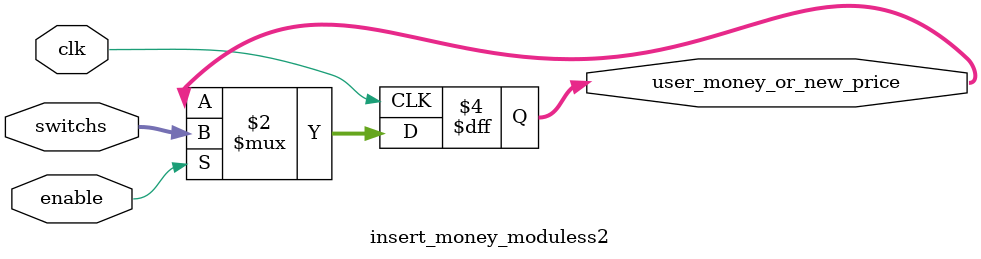
<source format=v>
`timescale 1ns / 1ps


module insert_money_moduless2(
    input clk,
    input [7:0] switchs,
    input enable,
    output reg [7:0] user_money_or_new_price
    );

    always@(posedge clk)begin
    if(enable) begin
        user_money_or_new_price <= switchs;
    end
    end
endmodule

</source>
